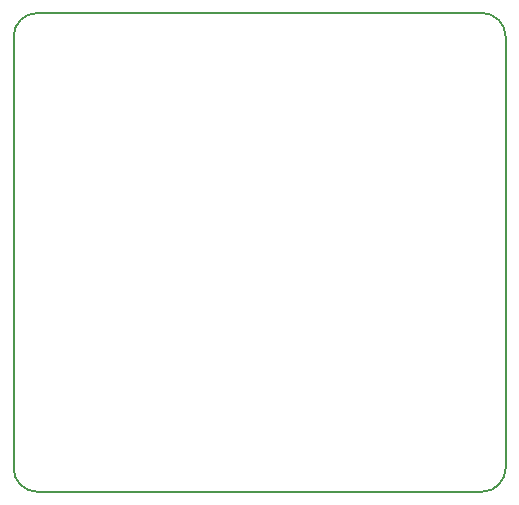
<source format=gbr>
G04 #@! TF.FileFunction,Profile,NP*
%FSLAX46Y46*%
G04 Gerber Fmt 4.6, Leading zero omitted, Abs format (unit mm)*
G04 Created by KiCad (PCBNEW 4.0.1-3.201512221401+6198~38~ubuntu15.10.1-stable) date sáb 02 ene 2016 12:37:04 CET*
%MOMM*%
G01*
G04 APERTURE LIST*
%ADD10C,0.100000*%
%ADD11C,0.200000*%
G04 APERTURE END LIST*
D10*
D11*
X71086000Y-70662000D02*
X108746000Y-70662000D01*
X110746000Y-72662000D02*
X110746000Y-109202000D01*
X108746000Y-111202000D02*
X71086000Y-111202000D01*
X69086000Y-109202000D02*
X69086000Y-72662000D01*
X110746000Y-72662000D02*
G75*
G03X108746000Y-70662000I-2000000J0D01*
G01*
X108746000Y-111202000D02*
G75*
G03X110746000Y-109202000I0J2000000D01*
G01*
X69086000Y-109202000D02*
G75*
G03X71086000Y-111202000I2000000J0D01*
G01*
X71086000Y-70662000D02*
G75*
G03X69086000Y-72662000I0J-2000000D01*
G01*
M02*

</source>
